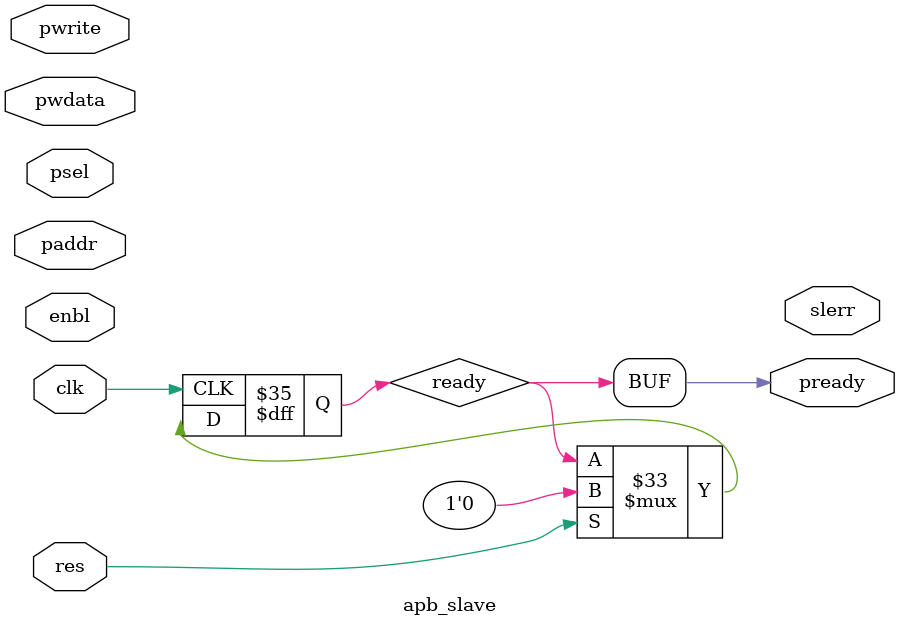
<source format=v>
`timescale 1ns / 1ps

module apb_slave( input clk,
                  input res,
                  input [6:0] paddr,
                  input pwrite,
                  input psel,
                  input enbl,
                  input [31:0] pwdata,
                  output slerr,
                  output  pready
                );          
             
  reg ready = 0;
  assign pready = ready;
  reg [1:0] apb_state;
  parameter [1:0] IDLE = 0;
  parameter [1:0] SETUP = 1;
  parameter [1:0] ACCESS = 2;
          
                
  always @(posedge clk) begin
      if (res) begin
          apb_state <= 0;
          ready <= 0;
      end
      else begin
      case (apb_state)
        IDLE : begin
            if (!psel && !enbl)
                apb_state <= IDLE;
            else if (psel && !enbl)
                apb_state <= SETUP;
            end
            
        SETUP: begin   
           apb_state <=  ACCESS;
        end
        
        ACCESS: begin
          if (!ready) 
            apb_state <= ACCESS;
            
          else if (ready && psel)
          apb_state <= SETUP;
          
          else if (ready && !psel)
          apb_state <= IDLE;
       end   
          
      endcase
    end
  end             
endmodule

</source>
